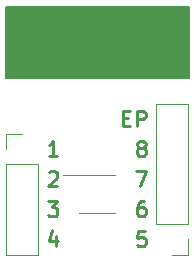
<source format=gbr>
%TF.GenerationSoftware,KiCad,Pcbnew,5.1.7-a382d34a8~87~ubuntu20.04.1*%
%TF.CreationDate,2020-11-06T18:28:57+02:00*%
%TF.ProjectId,BRK-MSOP-8-1EP-3x3-P0.65-EP1.68x1.88,42524b2d-4d53-44f5-902d-382d3145502d,v1.0*%
%TF.SameCoordinates,Original*%
%TF.FileFunction,Legend,Top*%
%TF.FilePolarity,Positive*%
%FSLAX46Y46*%
G04 Gerber Fmt 4.6, Leading zero omitted, Abs format (unit mm)*
G04 Created by KiCad (PCBNEW 5.1.7-a382d34a8~87~ubuntu20.04.1) date 2020-11-06 18:28:57*
%MOMM*%
%LPD*%
G01*
G04 APERTURE LIST*
%ADD10C,0.250000*%
%ADD11C,0.150000*%
%ADD12C,0.120000*%
G04 APERTURE END LIST*
D10*
X102190833Y-93557142D02*
X102624166Y-93557142D01*
X102809880Y-94238095D02*
X102190833Y-94238095D01*
X102190833Y-92938095D01*
X102809880Y-92938095D01*
X103367023Y-94238095D02*
X103367023Y-92938095D01*
X103862261Y-92938095D01*
X103986071Y-93000000D01*
X104047976Y-93061904D01*
X104109880Y-93185714D01*
X104109880Y-93371428D01*
X104047976Y-93495238D01*
X103986071Y-93557142D01*
X103862261Y-93619047D01*
X103367023Y-93619047D01*
X103614642Y-96035238D02*
X103490833Y-95973333D01*
X103428928Y-95911428D01*
X103367023Y-95787619D01*
X103367023Y-95725714D01*
X103428928Y-95601904D01*
X103490833Y-95540000D01*
X103614642Y-95478095D01*
X103862261Y-95478095D01*
X103986071Y-95540000D01*
X104047976Y-95601904D01*
X104109880Y-95725714D01*
X104109880Y-95787619D01*
X104047976Y-95911428D01*
X103986071Y-95973333D01*
X103862261Y-96035238D01*
X103614642Y-96035238D01*
X103490833Y-96097142D01*
X103428928Y-96159047D01*
X103367023Y-96282857D01*
X103367023Y-96530476D01*
X103428928Y-96654285D01*
X103490833Y-96716190D01*
X103614642Y-96778095D01*
X103862261Y-96778095D01*
X103986071Y-96716190D01*
X104047976Y-96654285D01*
X104109880Y-96530476D01*
X104109880Y-96282857D01*
X104047976Y-96159047D01*
X103986071Y-96097142D01*
X103862261Y-96035238D01*
X103305119Y-98018095D02*
X104171785Y-98018095D01*
X103614642Y-99318095D01*
X103986071Y-100558095D02*
X103738452Y-100558095D01*
X103614642Y-100620000D01*
X103552738Y-100681904D01*
X103428928Y-100867619D01*
X103367023Y-101115238D01*
X103367023Y-101610476D01*
X103428928Y-101734285D01*
X103490833Y-101796190D01*
X103614642Y-101858095D01*
X103862261Y-101858095D01*
X103986071Y-101796190D01*
X104047976Y-101734285D01*
X104109880Y-101610476D01*
X104109880Y-101300952D01*
X104047976Y-101177142D01*
X103986071Y-101115238D01*
X103862261Y-101053333D01*
X103614642Y-101053333D01*
X103490833Y-101115238D01*
X103428928Y-101177142D01*
X103367023Y-101300952D01*
X104047976Y-103098095D02*
X103428928Y-103098095D01*
X103367023Y-103717142D01*
X103428928Y-103655238D01*
X103552738Y-103593333D01*
X103862261Y-103593333D01*
X103986071Y-103655238D01*
X104047976Y-103717142D01*
X104109880Y-103840952D01*
X104109880Y-104150476D01*
X104047976Y-104274285D01*
X103986071Y-104336190D01*
X103862261Y-104398095D01*
X103552738Y-104398095D01*
X103428928Y-104336190D01*
X103367023Y-104274285D01*
X96509166Y-103531428D02*
X96509166Y-104398095D01*
X96199642Y-103036190D02*
X95890119Y-103964761D01*
X96694880Y-103964761D01*
X95828214Y-100558095D02*
X96632976Y-100558095D01*
X96199642Y-101053333D01*
X96385357Y-101053333D01*
X96509166Y-101115238D01*
X96571071Y-101177142D01*
X96632976Y-101300952D01*
X96632976Y-101610476D01*
X96571071Y-101734285D01*
X96509166Y-101796190D01*
X96385357Y-101858095D01*
X96013928Y-101858095D01*
X95890119Y-101796190D01*
X95828214Y-101734285D01*
X95890119Y-98141904D02*
X95952023Y-98080000D01*
X96075833Y-98018095D01*
X96385357Y-98018095D01*
X96509166Y-98080000D01*
X96571071Y-98141904D01*
X96632976Y-98265714D01*
X96632976Y-98389523D01*
X96571071Y-98575238D01*
X95828214Y-99318095D01*
X96632976Y-99318095D01*
X96632976Y-96778095D02*
X95890119Y-96778095D01*
X96261547Y-96778095D02*
X96261547Y-95478095D01*
X96137738Y-95663809D01*
X96013928Y-95787619D01*
X95890119Y-95849523D01*
D11*
G36*
X107750000Y-90160000D02*
G01*
X92250000Y-90160000D01*
X92250000Y-84160000D01*
X107750000Y-84160000D01*
X107750000Y-90160000D01*
G37*
X107750000Y-90160000D02*
X92250000Y-90160000D01*
X92250000Y-84160000D01*
X107750000Y-84160000D01*
X107750000Y-90160000D01*
D12*
%TO.C,J2*%
X107680000Y-92320000D02*
X105020000Y-92320000D01*
X107680000Y-102540000D02*
X107680000Y-92320000D01*
X105020000Y-102540000D02*
X105020000Y-92320000D01*
X107680000Y-102540000D02*
X105020000Y-102540000D01*
X107680000Y-103810000D02*
X107680000Y-105140000D01*
X107680000Y-105140000D02*
X106350000Y-105140000D01*
%TO.C,J1*%
X92320000Y-105140000D02*
X94980000Y-105140000D01*
X92320000Y-97460000D02*
X92320000Y-105140000D01*
X94980000Y-97460000D02*
X94980000Y-105140000D01*
X92320000Y-97460000D02*
X94980000Y-97460000D01*
X92320000Y-96190000D02*
X92320000Y-94860000D01*
X92320000Y-94860000D02*
X93650000Y-94860000D01*
%TO.C,U1*%
X100000000Y-101610000D02*
X101500000Y-101610000D01*
X100000000Y-101610000D02*
X98500000Y-101610000D01*
X100000000Y-98390000D02*
X101500000Y-98390000D01*
X100000000Y-98390000D02*
X97125000Y-98390000D01*
%TD*%
M02*

</source>
